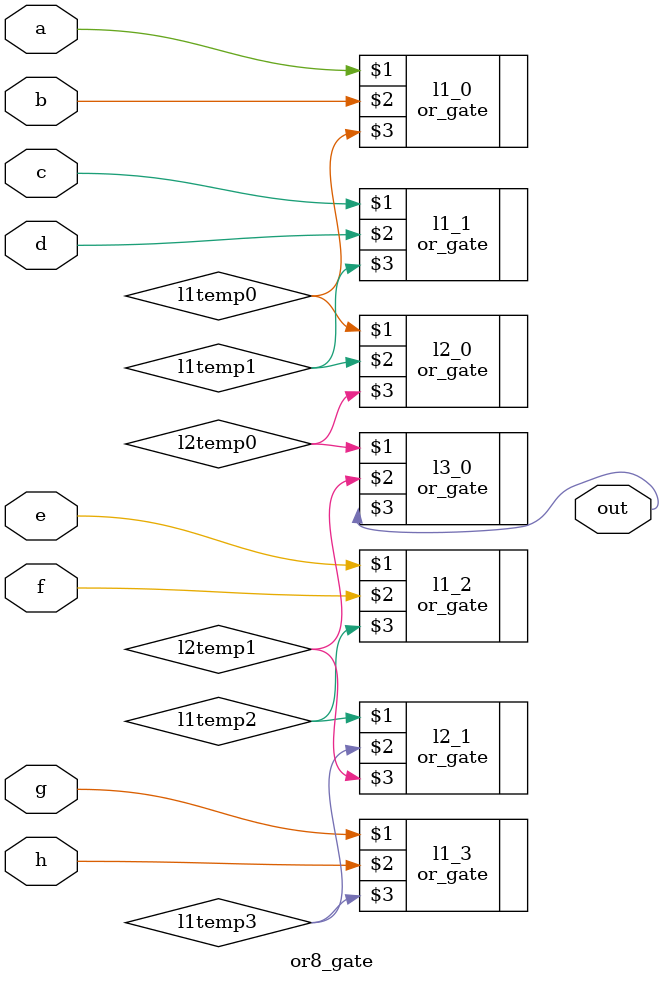
<source format=v>
`timescale 1ns/10ps

`include "../lib/or_gate.v"

module or8_gate(a, b, c, d, e, f, g, h, out);

	//inuts
	input a, b, c, d, e, f, g, h; 

	//output
	output out;

	//wires
	wire l1temp0, l1temp1, l1temp2, l1temp3, l2temp0, l2temp1;

  or_gate l1_0(a, b, l1temp0);
	or_gate l1_1(c, d, l1temp1);
	or_gate l1_2(e, f, l1temp2);
	or_gate l1_3(g, h, l1temp3);

  
	or_gate l2_0(l1temp0, l1temp1, l2temp0);
	or_gate l2_1(l1temp2, l1temp3, l2temp1);

	or_gate l3_0(l2temp0, l2temp1, out);
endmodule
</source>
